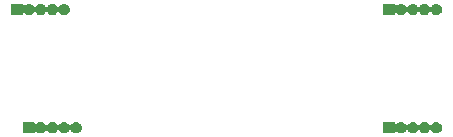
<source format=gbr>
G04 #@! TF.GenerationSoftware,KiCad,Pcbnew,(5.1.4)-1*
G04 #@! TF.CreationDate,2020-11-23T15:52:42-08:00*
G04 #@! TF.ProjectId,ufc_v4_opt,7566635f-7634-45f6-9f70-742e6b696361,rev?*
G04 #@! TF.SameCoordinates,Original*
G04 #@! TF.FileFunction,Soldermask,Bot*
G04 #@! TF.FilePolarity,Negative*
%FSLAX46Y46*%
G04 Gerber Fmt 4.6, Leading zero omitted, Abs format (unit mm)*
G04 Created by KiCad (PCBNEW (5.1.4)-1) date 2020-11-23 15:52:42*
%MOMM*%
%LPD*%
G04 APERTURE LIST*
%ADD10C,0.100000*%
G04 APERTURE END LIST*
D10*
G36*
X153214000Y-92591975D02*
G01*
X153216402Y-92616361D01*
X153223515Y-92639810D01*
X153235066Y-92661421D01*
X153250611Y-92680363D01*
X153269553Y-92695908D01*
X153291164Y-92707459D01*
X153314613Y-92714572D01*
X153338999Y-92716974D01*
X153363385Y-92714572D01*
X153386834Y-92707459D01*
X153418292Y-92688604D01*
X153472269Y-92644306D01*
X153554961Y-92600106D01*
X153644688Y-92572887D01*
X153714616Y-92566000D01*
X153761384Y-92566000D01*
X153831312Y-92572887D01*
X153921039Y-92600106D01*
X154003731Y-92644306D01*
X154076211Y-92703789D01*
X154135694Y-92776269D01*
X154135697Y-92776274D01*
X154141374Y-92783192D01*
X154158701Y-92800519D01*
X154179075Y-92814133D01*
X154201714Y-92823510D01*
X154225747Y-92828291D01*
X154250251Y-92828291D01*
X154274285Y-92823511D01*
X154296924Y-92814134D01*
X154317298Y-92800520D01*
X154334626Y-92783192D01*
X154340303Y-92776274D01*
X154340306Y-92776269D01*
X154399789Y-92703789D01*
X154472269Y-92644306D01*
X154554961Y-92600106D01*
X154644688Y-92572887D01*
X154714616Y-92566000D01*
X154761384Y-92566000D01*
X154831312Y-92572887D01*
X154921039Y-92600106D01*
X155003731Y-92644306D01*
X155076211Y-92703789D01*
X155135694Y-92776269D01*
X155135697Y-92776274D01*
X155141374Y-92783192D01*
X155158701Y-92800519D01*
X155179075Y-92814133D01*
X155201714Y-92823510D01*
X155225747Y-92828291D01*
X155250251Y-92828291D01*
X155274285Y-92823511D01*
X155296924Y-92814134D01*
X155317298Y-92800520D01*
X155334626Y-92783192D01*
X155340303Y-92776274D01*
X155340306Y-92776269D01*
X155399789Y-92703789D01*
X155472269Y-92644306D01*
X155554961Y-92600106D01*
X155644688Y-92572887D01*
X155714616Y-92566000D01*
X155761384Y-92566000D01*
X155831312Y-92572887D01*
X155921039Y-92600106D01*
X156003731Y-92644306D01*
X156076211Y-92703789D01*
X156135694Y-92776269D01*
X156135697Y-92776274D01*
X156141374Y-92783192D01*
X156158701Y-92800519D01*
X156179075Y-92814133D01*
X156201714Y-92823510D01*
X156225747Y-92828291D01*
X156250251Y-92828291D01*
X156274285Y-92823511D01*
X156296924Y-92814134D01*
X156317298Y-92800520D01*
X156334626Y-92783192D01*
X156340303Y-92776274D01*
X156340306Y-92776269D01*
X156399789Y-92703789D01*
X156472269Y-92644306D01*
X156554961Y-92600106D01*
X156644688Y-92572887D01*
X156714616Y-92566000D01*
X156761384Y-92566000D01*
X156831312Y-92572887D01*
X156921039Y-92600106D01*
X157003731Y-92644306D01*
X157076211Y-92703789D01*
X157135694Y-92776269D01*
X157179894Y-92858961D01*
X157207113Y-92948688D01*
X157216303Y-93042000D01*
X157207113Y-93135312D01*
X157179894Y-93225039D01*
X157135694Y-93307731D01*
X157076211Y-93380211D01*
X157003731Y-93439694D01*
X156921039Y-93483894D01*
X156831312Y-93511113D01*
X156761384Y-93518000D01*
X156714616Y-93518000D01*
X156644688Y-93511113D01*
X156554961Y-93483894D01*
X156472269Y-93439694D01*
X156399789Y-93380211D01*
X156340306Y-93307731D01*
X156340303Y-93307726D01*
X156334626Y-93300808D01*
X156317299Y-93283481D01*
X156296925Y-93269867D01*
X156274286Y-93260490D01*
X156250253Y-93255709D01*
X156225749Y-93255709D01*
X156201715Y-93260489D01*
X156179076Y-93269866D01*
X156158702Y-93283480D01*
X156141374Y-93300808D01*
X156135697Y-93307726D01*
X156135694Y-93307731D01*
X156076211Y-93380211D01*
X156003731Y-93439694D01*
X155921039Y-93483894D01*
X155831312Y-93511113D01*
X155761384Y-93518000D01*
X155714616Y-93518000D01*
X155644688Y-93511113D01*
X155554961Y-93483894D01*
X155472269Y-93439694D01*
X155399789Y-93380211D01*
X155340306Y-93307731D01*
X155340303Y-93307726D01*
X155334626Y-93300808D01*
X155317299Y-93283481D01*
X155296925Y-93269867D01*
X155274286Y-93260490D01*
X155250253Y-93255709D01*
X155225749Y-93255709D01*
X155201715Y-93260489D01*
X155179076Y-93269866D01*
X155158702Y-93283480D01*
X155141374Y-93300808D01*
X155135697Y-93307726D01*
X155135694Y-93307731D01*
X155076211Y-93380211D01*
X155003731Y-93439694D01*
X154921039Y-93483894D01*
X154831312Y-93511113D01*
X154761384Y-93518000D01*
X154714616Y-93518000D01*
X154644688Y-93511113D01*
X154554961Y-93483894D01*
X154472269Y-93439694D01*
X154399789Y-93380211D01*
X154340306Y-93307731D01*
X154340303Y-93307726D01*
X154334626Y-93300808D01*
X154317299Y-93283481D01*
X154296925Y-93269867D01*
X154274286Y-93260490D01*
X154250253Y-93255709D01*
X154225749Y-93255709D01*
X154201715Y-93260489D01*
X154179076Y-93269866D01*
X154158702Y-93283480D01*
X154141374Y-93300808D01*
X154135697Y-93307726D01*
X154135694Y-93307731D01*
X154076211Y-93380211D01*
X154003731Y-93439694D01*
X153921039Y-93483894D01*
X153831312Y-93511113D01*
X153761384Y-93518000D01*
X153714616Y-93518000D01*
X153644688Y-93511113D01*
X153554961Y-93483894D01*
X153472269Y-93439694D01*
X153418289Y-93395394D01*
X153397923Y-93381786D01*
X153375284Y-93372408D01*
X153351251Y-93367628D01*
X153326747Y-93367628D01*
X153302714Y-93372408D01*
X153280075Y-93381786D01*
X153259700Y-93395400D01*
X153242373Y-93412727D01*
X153228760Y-93433101D01*
X153219382Y-93455740D01*
X153214000Y-93492025D01*
X153214000Y-93518000D01*
X152262000Y-93518000D01*
X152262000Y-92566000D01*
X153214000Y-92566000D01*
X153214000Y-92591975D01*
X153214000Y-92591975D01*
G37*
G36*
X183714000Y-92591975D02*
G01*
X183716402Y-92616361D01*
X183723515Y-92639810D01*
X183735066Y-92661421D01*
X183750611Y-92680363D01*
X183769553Y-92695908D01*
X183791164Y-92707459D01*
X183814613Y-92714572D01*
X183838999Y-92716974D01*
X183863385Y-92714572D01*
X183886834Y-92707459D01*
X183918292Y-92688604D01*
X183972269Y-92644306D01*
X184054961Y-92600106D01*
X184144688Y-92572887D01*
X184214616Y-92566000D01*
X184261384Y-92566000D01*
X184331312Y-92572887D01*
X184421039Y-92600106D01*
X184503731Y-92644306D01*
X184576211Y-92703789D01*
X184635694Y-92776269D01*
X184635697Y-92776274D01*
X184641374Y-92783192D01*
X184658701Y-92800519D01*
X184679075Y-92814133D01*
X184701714Y-92823510D01*
X184725747Y-92828291D01*
X184750251Y-92828291D01*
X184774285Y-92823511D01*
X184796924Y-92814134D01*
X184817298Y-92800520D01*
X184834626Y-92783192D01*
X184840303Y-92776274D01*
X184840306Y-92776269D01*
X184899789Y-92703789D01*
X184972269Y-92644306D01*
X185054961Y-92600106D01*
X185144688Y-92572887D01*
X185214616Y-92566000D01*
X185261384Y-92566000D01*
X185331312Y-92572887D01*
X185421039Y-92600106D01*
X185503731Y-92644306D01*
X185576211Y-92703789D01*
X185635694Y-92776269D01*
X185635697Y-92776274D01*
X185641374Y-92783192D01*
X185658701Y-92800519D01*
X185679075Y-92814133D01*
X185701714Y-92823510D01*
X185725747Y-92828291D01*
X185750251Y-92828291D01*
X185774285Y-92823511D01*
X185796924Y-92814134D01*
X185817298Y-92800520D01*
X185834626Y-92783192D01*
X185840303Y-92776274D01*
X185840306Y-92776269D01*
X185899789Y-92703789D01*
X185972269Y-92644306D01*
X186054961Y-92600106D01*
X186144688Y-92572887D01*
X186214616Y-92566000D01*
X186261384Y-92566000D01*
X186331312Y-92572887D01*
X186421039Y-92600106D01*
X186503731Y-92644306D01*
X186576211Y-92703789D01*
X186635694Y-92776269D01*
X186635697Y-92776274D01*
X186641374Y-92783192D01*
X186658701Y-92800519D01*
X186679075Y-92814133D01*
X186701714Y-92823510D01*
X186725747Y-92828291D01*
X186750251Y-92828291D01*
X186774285Y-92823511D01*
X186796924Y-92814134D01*
X186817298Y-92800520D01*
X186834626Y-92783192D01*
X186840303Y-92776274D01*
X186840306Y-92776269D01*
X186899789Y-92703789D01*
X186972269Y-92644306D01*
X187054961Y-92600106D01*
X187144688Y-92572887D01*
X187214616Y-92566000D01*
X187261384Y-92566000D01*
X187331312Y-92572887D01*
X187421039Y-92600106D01*
X187503731Y-92644306D01*
X187576211Y-92703789D01*
X187635694Y-92776269D01*
X187679894Y-92858961D01*
X187707113Y-92948688D01*
X187716303Y-93042000D01*
X187707113Y-93135312D01*
X187679894Y-93225039D01*
X187635694Y-93307731D01*
X187576211Y-93380211D01*
X187503731Y-93439694D01*
X187421039Y-93483894D01*
X187331312Y-93511113D01*
X187261384Y-93518000D01*
X187214616Y-93518000D01*
X187144688Y-93511113D01*
X187054961Y-93483894D01*
X186972269Y-93439694D01*
X186899789Y-93380211D01*
X186840306Y-93307731D01*
X186840303Y-93307726D01*
X186834626Y-93300808D01*
X186817299Y-93283481D01*
X186796925Y-93269867D01*
X186774286Y-93260490D01*
X186750253Y-93255709D01*
X186725749Y-93255709D01*
X186701715Y-93260489D01*
X186679076Y-93269866D01*
X186658702Y-93283480D01*
X186641374Y-93300808D01*
X186635697Y-93307726D01*
X186635694Y-93307731D01*
X186576211Y-93380211D01*
X186503731Y-93439694D01*
X186421039Y-93483894D01*
X186331312Y-93511113D01*
X186261384Y-93518000D01*
X186214616Y-93518000D01*
X186144688Y-93511113D01*
X186054961Y-93483894D01*
X185972269Y-93439694D01*
X185899789Y-93380211D01*
X185840306Y-93307731D01*
X185840303Y-93307726D01*
X185834626Y-93300808D01*
X185817299Y-93283481D01*
X185796925Y-93269867D01*
X185774286Y-93260490D01*
X185750253Y-93255709D01*
X185725749Y-93255709D01*
X185701715Y-93260489D01*
X185679076Y-93269866D01*
X185658702Y-93283480D01*
X185641374Y-93300808D01*
X185635697Y-93307726D01*
X185635694Y-93307731D01*
X185576211Y-93380211D01*
X185503731Y-93439694D01*
X185421039Y-93483894D01*
X185331312Y-93511113D01*
X185261384Y-93518000D01*
X185214616Y-93518000D01*
X185144688Y-93511113D01*
X185054961Y-93483894D01*
X184972269Y-93439694D01*
X184899789Y-93380211D01*
X184840306Y-93307731D01*
X184840303Y-93307726D01*
X184834626Y-93300808D01*
X184817299Y-93283481D01*
X184796925Y-93269867D01*
X184774286Y-93260490D01*
X184750253Y-93255709D01*
X184725749Y-93255709D01*
X184701715Y-93260489D01*
X184679076Y-93269866D01*
X184658702Y-93283480D01*
X184641374Y-93300808D01*
X184635697Y-93307726D01*
X184635694Y-93307731D01*
X184576211Y-93380211D01*
X184503731Y-93439694D01*
X184421039Y-93483894D01*
X184331312Y-93511113D01*
X184261384Y-93518000D01*
X184214616Y-93518000D01*
X184144688Y-93511113D01*
X184054961Y-93483894D01*
X183972269Y-93439694D01*
X183918289Y-93395394D01*
X183897923Y-93381786D01*
X183875284Y-93372408D01*
X183851251Y-93367628D01*
X183826747Y-93367628D01*
X183802714Y-93372408D01*
X183780075Y-93381786D01*
X183759700Y-93395400D01*
X183742373Y-93412727D01*
X183728760Y-93433101D01*
X183719382Y-93455740D01*
X183714000Y-93492025D01*
X183714000Y-93518000D01*
X182762000Y-93518000D01*
X182762000Y-92566000D01*
X183714000Y-92566000D01*
X183714000Y-92591975D01*
X183714000Y-92591975D01*
G37*
G36*
X183714000Y-82591975D02*
G01*
X183716402Y-82616361D01*
X183723515Y-82639810D01*
X183735066Y-82661421D01*
X183750611Y-82680363D01*
X183769553Y-82695908D01*
X183791164Y-82707459D01*
X183814613Y-82714572D01*
X183838999Y-82716974D01*
X183863385Y-82714572D01*
X183886834Y-82707459D01*
X183918292Y-82688604D01*
X183972269Y-82644306D01*
X184054961Y-82600106D01*
X184144688Y-82572887D01*
X184214616Y-82566000D01*
X184261384Y-82566000D01*
X184331312Y-82572887D01*
X184421039Y-82600106D01*
X184503731Y-82644306D01*
X184576211Y-82703789D01*
X184635694Y-82776269D01*
X184635697Y-82776274D01*
X184641374Y-82783192D01*
X184658701Y-82800519D01*
X184679075Y-82814133D01*
X184701714Y-82823510D01*
X184725747Y-82828291D01*
X184750251Y-82828291D01*
X184774285Y-82823511D01*
X184796924Y-82814134D01*
X184817298Y-82800520D01*
X184834626Y-82783192D01*
X184840303Y-82776274D01*
X184840306Y-82776269D01*
X184899789Y-82703789D01*
X184972269Y-82644306D01*
X185054961Y-82600106D01*
X185144688Y-82572887D01*
X185214616Y-82566000D01*
X185261384Y-82566000D01*
X185331312Y-82572887D01*
X185421039Y-82600106D01*
X185503731Y-82644306D01*
X185576211Y-82703789D01*
X185635694Y-82776269D01*
X185635697Y-82776274D01*
X185641374Y-82783192D01*
X185658701Y-82800519D01*
X185679075Y-82814133D01*
X185701714Y-82823510D01*
X185725747Y-82828291D01*
X185750251Y-82828291D01*
X185774285Y-82823511D01*
X185796924Y-82814134D01*
X185817298Y-82800520D01*
X185834626Y-82783192D01*
X185840303Y-82776274D01*
X185840306Y-82776269D01*
X185899789Y-82703789D01*
X185972269Y-82644306D01*
X186054961Y-82600106D01*
X186144688Y-82572887D01*
X186214616Y-82566000D01*
X186261384Y-82566000D01*
X186331312Y-82572887D01*
X186421039Y-82600106D01*
X186503731Y-82644306D01*
X186576211Y-82703789D01*
X186635694Y-82776269D01*
X186635697Y-82776274D01*
X186641374Y-82783192D01*
X186658701Y-82800519D01*
X186679075Y-82814133D01*
X186701714Y-82823510D01*
X186725747Y-82828291D01*
X186750251Y-82828291D01*
X186774285Y-82823511D01*
X186796924Y-82814134D01*
X186817298Y-82800520D01*
X186834626Y-82783192D01*
X186840303Y-82776274D01*
X186840306Y-82776269D01*
X186899789Y-82703789D01*
X186972269Y-82644306D01*
X187054961Y-82600106D01*
X187144688Y-82572887D01*
X187214616Y-82566000D01*
X187261384Y-82566000D01*
X187331312Y-82572887D01*
X187421039Y-82600106D01*
X187503731Y-82644306D01*
X187576211Y-82703789D01*
X187635694Y-82776269D01*
X187679894Y-82858961D01*
X187707113Y-82948688D01*
X187716303Y-83042000D01*
X187707113Y-83135312D01*
X187679894Y-83225039D01*
X187635694Y-83307731D01*
X187576211Y-83380211D01*
X187503731Y-83439694D01*
X187421039Y-83483894D01*
X187331312Y-83511113D01*
X187261384Y-83518000D01*
X187214616Y-83518000D01*
X187144688Y-83511113D01*
X187054961Y-83483894D01*
X186972269Y-83439694D01*
X186899789Y-83380211D01*
X186840306Y-83307731D01*
X186840303Y-83307726D01*
X186834626Y-83300808D01*
X186817299Y-83283481D01*
X186796925Y-83269867D01*
X186774286Y-83260490D01*
X186750253Y-83255709D01*
X186725749Y-83255709D01*
X186701715Y-83260489D01*
X186679076Y-83269866D01*
X186658702Y-83283480D01*
X186641374Y-83300808D01*
X186635697Y-83307726D01*
X186635694Y-83307731D01*
X186576211Y-83380211D01*
X186503731Y-83439694D01*
X186421039Y-83483894D01*
X186331312Y-83511113D01*
X186261384Y-83518000D01*
X186214616Y-83518000D01*
X186144688Y-83511113D01*
X186054961Y-83483894D01*
X185972269Y-83439694D01*
X185899789Y-83380211D01*
X185840306Y-83307731D01*
X185840303Y-83307726D01*
X185834626Y-83300808D01*
X185817299Y-83283481D01*
X185796925Y-83269867D01*
X185774286Y-83260490D01*
X185750253Y-83255709D01*
X185725749Y-83255709D01*
X185701715Y-83260489D01*
X185679076Y-83269866D01*
X185658702Y-83283480D01*
X185641374Y-83300808D01*
X185635697Y-83307726D01*
X185635694Y-83307731D01*
X185576211Y-83380211D01*
X185503731Y-83439694D01*
X185421039Y-83483894D01*
X185331312Y-83511113D01*
X185261384Y-83518000D01*
X185214616Y-83518000D01*
X185144688Y-83511113D01*
X185054961Y-83483894D01*
X184972269Y-83439694D01*
X184899789Y-83380211D01*
X184840306Y-83307731D01*
X184840303Y-83307726D01*
X184834626Y-83300808D01*
X184817299Y-83283481D01*
X184796925Y-83269867D01*
X184774286Y-83260490D01*
X184750253Y-83255709D01*
X184725749Y-83255709D01*
X184701715Y-83260489D01*
X184679076Y-83269866D01*
X184658702Y-83283480D01*
X184641374Y-83300808D01*
X184635697Y-83307726D01*
X184635694Y-83307731D01*
X184576211Y-83380211D01*
X184503731Y-83439694D01*
X184421039Y-83483894D01*
X184331312Y-83511113D01*
X184261384Y-83518000D01*
X184214616Y-83518000D01*
X184144688Y-83511113D01*
X184054961Y-83483894D01*
X183972269Y-83439694D01*
X183918289Y-83395394D01*
X183897923Y-83381786D01*
X183875284Y-83372408D01*
X183851251Y-83367628D01*
X183826747Y-83367628D01*
X183802714Y-83372408D01*
X183780075Y-83381786D01*
X183759700Y-83395400D01*
X183742373Y-83412727D01*
X183728760Y-83433101D01*
X183719382Y-83455740D01*
X183714000Y-83492025D01*
X183714000Y-83518000D01*
X182762000Y-83518000D01*
X182762000Y-82566000D01*
X183714000Y-82566000D01*
X183714000Y-82591975D01*
X183714000Y-82591975D01*
G37*
G36*
X152214000Y-82591975D02*
G01*
X152216402Y-82616361D01*
X152223515Y-82639810D01*
X152235066Y-82661421D01*
X152250611Y-82680363D01*
X152269553Y-82695908D01*
X152291164Y-82707459D01*
X152314613Y-82714572D01*
X152338999Y-82716974D01*
X152363385Y-82714572D01*
X152386834Y-82707459D01*
X152418292Y-82688604D01*
X152472269Y-82644306D01*
X152554961Y-82600106D01*
X152644688Y-82572887D01*
X152714616Y-82566000D01*
X152761384Y-82566000D01*
X152831312Y-82572887D01*
X152921039Y-82600106D01*
X153003731Y-82644306D01*
X153076211Y-82703789D01*
X153135694Y-82776269D01*
X153135697Y-82776274D01*
X153141374Y-82783192D01*
X153158701Y-82800519D01*
X153179075Y-82814133D01*
X153201714Y-82823510D01*
X153225747Y-82828291D01*
X153250251Y-82828291D01*
X153274285Y-82823511D01*
X153296924Y-82814134D01*
X153317298Y-82800520D01*
X153334626Y-82783192D01*
X153340303Y-82776274D01*
X153340306Y-82776269D01*
X153399789Y-82703789D01*
X153472269Y-82644306D01*
X153554961Y-82600106D01*
X153644688Y-82572887D01*
X153714616Y-82566000D01*
X153761384Y-82566000D01*
X153831312Y-82572887D01*
X153921039Y-82600106D01*
X154003731Y-82644306D01*
X154076211Y-82703789D01*
X154135694Y-82776269D01*
X154135697Y-82776274D01*
X154141374Y-82783192D01*
X154158701Y-82800519D01*
X154179075Y-82814133D01*
X154201714Y-82823510D01*
X154225747Y-82828291D01*
X154250251Y-82828291D01*
X154274285Y-82823511D01*
X154296924Y-82814134D01*
X154317298Y-82800520D01*
X154334626Y-82783192D01*
X154340303Y-82776274D01*
X154340306Y-82776269D01*
X154399789Y-82703789D01*
X154472269Y-82644306D01*
X154554961Y-82600106D01*
X154644688Y-82572887D01*
X154714616Y-82566000D01*
X154761384Y-82566000D01*
X154831312Y-82572887D01*
X154921039Y-82600106D01*
X155003731Y-82644306D01*
X155076211Y-82703789D01*
X155135694Y-82776269D01*
X155135697Y-82776274D01*
X155141374Y-82783192D01*
X155158701Y-82800519D01*
X155179075Y-82814133D01*
X155201714Y-82823510D01*
X155225747Y-82828291D01*
X155250251Y-82828291D01*
X155274285Y-82823511D01*
X155296924Y-82814134D01*
X155317298Y-82800520D01*
X155334626Y-82783192D01*
X155340303Y-82776274D01*
X155340306Y-82776269D01*
X155399789Y-82703789D01*
X155472269Y-82644306D01*
X155554961Y-82600106D01*
X155644688Y-82572887D01*
X155714616Y-82566000D01*
X155761384Y-82566000D01*
X155831312Y-82572887D01*
X155921039Y-82600106D01*
X156003731Y-82644306D01*
X156076211Y-82703789D01*
X156135694Y-82776269D01*
X156179894Y-82858961D01*
X156207113Y-82948688D01*
X156216303Y-83042000D01*
X156207113Y-83135312D01*
X156179894Y-83225039D01*
X156135694Y-83307731D01*
X156076211Y-83380211D01*
X156003731Y-83439694D01*
X155921039Y-83483894D01*
X155831312Y-83511113D01*
X155761384Y-83518000D01*
X155714616Y-83518000D01*
X155644688Y-83511113D01*
X155554961Y-83483894D01*
X155472269Y-83439694D01*
X155399789Y-83380211D01*
X155340306Y-83307731D01*
X155340303Y-83307726D01*
X155334626Y-83300808D01*
X155317299Y-83283481D01*
X155296925Y-83269867D01*
X155274286Y-83260490D01*
X155250253Y-83255709D01*
X155225749Y-83255709D01*
X155201715Y-83260489D01*
X155179076Y-83269866D01*
X155158702Y-83283480D01*
X155141374Y-83300808D01*
X155135697Y-83307726D01*
X155135694Y-83307731D01*
X155076211Y-83380211D01*
X155003731Y-83439694D01*
X154921039Y-83483894D01*
X154831312Y-83511113D01*
X154761384Y-83518000D01*
X154714616Y-83518000D01*
X154644688Y-83511113D01*
X154554961Y-83483894D01*
X154472269Y-83439694D01*
X154399789Y-83380211D01*
X154340306Y-83307731D01*
X154340303Y-83307726D01*
X154334626Y-83300808D01*
X154317299Y-83283481D01*
X154296925Y-83269867D01*
X154274286Y-83260490D01*
X154250253Y-83255709D01*
X154225749Y-83255709D01*
X154201715Y-83260489D01*
X154179076Y-83269866D01*
X154158702Y-83283480D01*
X154141374Y-83300808D01*
X154135697Y-83307726D01*
X154135694Y-83307731D01*
X154076211Y-83380211D01*
X154003731Y-83439694D01*
X153921039Y-83483894D01*
X153831312Y-83511113D01*
X153761384Y-83518000D01*
X153714616Y-83518000D01*
X153644688Y-83511113D01*
X153554961Y-83483894D01*
X153472269Y-83439694D01*
X153399789Y-83380211D01*
X153340306Y-83307731D01*
X153340303Y-83307726D01*
X153334626Y-83300808D01*
X153317299Y-83283481D01*
X153296925Y-83269867D01*
X153274286Y-83260490D01*
X153250253Y-83255709D01*
X153225749Y-83255709D01*
X153201715Y-83260489D01*
X153179076Y-83269866D01*
X153158702Y-83283480D01*
X153141374Y-83300808D01*
X153135697Y-83307726D01*
X153135694Y-83307731D01*
X153076211Y-83380211D01*
X153003731Y-83439694D01*
X152921039Y-83483894D01*
X152831312Y-83511113D01*
X152761384Y-83518000D01*
X152714616Y-83518000D01*
X152644688Y-83511113D01*
X152554961Y-83483894D01*
X152472269Y-83439694D01*
X152418289Y-83395394D01*
X152397923Y-83381786D01*
X152375284Y-83372408D01*
X152351251Y-83367628D01*
X152326747Y-83367628D01*
X152302714Y-83372408D01*
X152280075Y-83381786D01*
X152259700Y-83395400D01*
X152242373Y-83412727D01*
X152228760Y-83433101D01*
X152219382Y-83455740D01*
X152214000Y-83492025D01*
X152214000Y-83518000D01*
X151262000Y-83518000D01*
X151262000Y-82566000D01*
X152214000Y-82566000D01*
X152214000Y-82591975D01*
X152214000Y-82591975D01*
G37*
M02*

</source>
